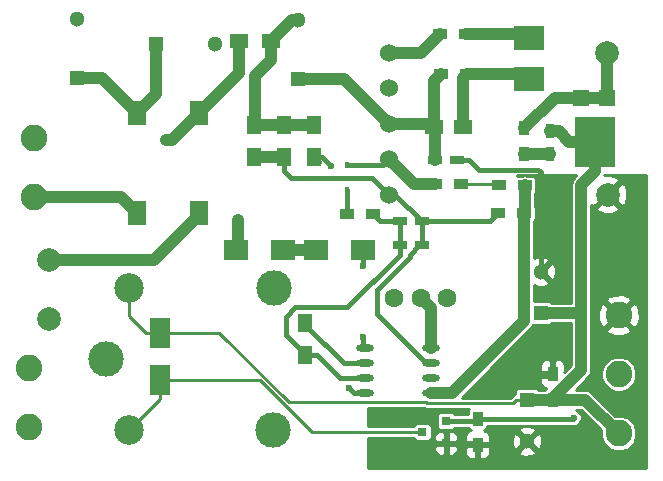
<source format=gbr>
G04 #@! TF.FileFunction,Copper,L2,Bot,Signal*
%FSLAX46Y46*%
G04 Gerber Fmt 4.6, Leading zero omitted, Abs format (unit mm)*
G04 Created by KiCad (PCBNEW 201611132049+7352~55~ubuntu16.04.1-product) date Tue Nov 15 13:48:37 2016*
%MOMM*%
%LPD*%
G01*
G04 APERTURE LIST*
%ADD10C,0.100000*%
%ADD11R,0.450000X0.590000*%
%ADD12C,1.300000*%
%ADD13R,1.300000X1.300000*%
%ADD14C,1.998980*%
%ADD15C,2.500000*%
%ADD16C,3.000000*%
%ADD17R,1.200000X0.750000*%
%ADD18R,0.750000X1.200000*%
%ADD19R,1.500000X1.250000*%
%ADD20R,2.500000X2.000000*%
%ADD21R,1.800860X2.499360*%
%ADD22R,1.400000X1.340000*%
%ADD23R,3.500000X4.200000*%
%ADD24R,1.500000X1.300000*%
%ADD25R,0.800100X0.800100*%
%ADD26R,0.900000X1.200000*%
%ADD27R,1.300000X1.500000*%
%ADD28R,2.000000X1.700000*%
%ADD29R,1.200000X0.900000*%
%ADD30O,1.473200X0.609600*%
%ADD31C,2.250000*%
%ADD32C,1.600000*%
%ADD33C,1.524000*%
%ADD34C,2.000000*%
%ADD35R,1.524000X2.000000*%
%ADD36C,1.000000*%
%ADD37C,0.600000*%
%ADD38C,1.000000*%
%ADD39C,0.400000*%
%ADD40C,0.250000*%
%ADD41C,0.254000*%
G04 APERTURE END LIST*
D10*
D11*
X116713000Y-107227000D03*
X116713000Y-105117000D03*
D12*
X133096000Y-114102000D03*
D13*
X133096000Y-117602000D03*
D14*
X91440000Y-113157000D03*
X91440000Y-118158260D03*
D15*
X98247200Y-127531900D03*
D16*
X110447200Y-127531900D03*
X110497200Y-115481900D03*
D15*
X98247200Y-115531900D03*
D16*
X96297200Y-121481900D03*
D13*
X93853000Y-97710000D03*
D12*
X93853000Y-92710000D03*
D17*
X124147500Y-104648000D03*
X126047500Y-104648000D03*
D13*
X112522000Y-97790000D03*
D12*
X112522000Y-92790000D03*
X131953000Y-128468000D03*
D13*
X131953000Y-124968000D03*
D18*
X133858000Y-102240000D03*
X133858000Y-104140000D03*
D19*
X126555500Y-101854000D03*
X124055500Y-101854000D03*
D17*
X121158000Y-111887000D03*
X123058000Y-111887000D03*
X121158000Y-109855000D03*
X123058000Y-109855000D03*
D20*
X132143500Y-94361000D03*
X132143500Y-97761000D03*
D21*
X100863400Y-119291100D03*
X100863400Y-123289060D03*
D22*
X136550400Y-99390200D03*
X138734800Y-99390200D03*
D23*
X137668000Y-103124000D03*
D24*
X107551240Y-94556580D03*
X110251240Y-94556580D03*
D25*
X125095000Y-126751000D03*
X125095000Y-128651000D03*
X123096020Y-127701000D03*
D26*
X127762000Y-126578000D03*
X127762000Y-128778000D03*
D27*
X111379000Y-104427000D03*
X111379000Y-101727000D03*
X108839000Y-104427000D03*
X108839000Y-101727000D03*
X113919000Y-101727000D03*
X113919000Y-104427000D03*
D28*
X107315000Y-112268000D03*
X111315000Y-112268000D03*
X114046000Y-112268000D03*
X118046000Y-112268000D03*
D27*
X113157000Y-118491000D03*
X113157000Y-121191000D03*
D29*
X126746000Y-93980000D03*
X124546000Y-93980000D03*
X124165000Y-106680000D03*
X126365000Y-106680000D03*
X129540000Y-106807000D03*
X131740000Y-106807000D03*
X131699000Y-109156500D03*
X129499000Y-109156500D03*
D26*
X131699000Y-104181000D03*
X131699000Y-101981000D03*
D29*
X116672000Y-109220000D03*
X118872000Y-109220000D03*
D26*
X134112000Y-122768000D03*
X134112000Y-124968000D03*
D30*
X118237000Y-124396500D03*
X118237000Y-123126500D03*
X118237000Y-121856500D03*
X118237000Y-120586500D03*
X123825000Y-120586500D03*
X123825000Y-121856500D03*
X123825000Y-123126500D03*
X123825000Y-124396500D03*
D31*
X139700000Y-122809000D03*
X139700000Y-127812800D03*
X139700000Y-117805200D03*
D29*
X126830000Y-97409000D03*
X124630000Y-97409000D03*
D32*
X122936000Y-116332000D03*
X120661000Y-116357000D03*
X125211000Y-116332000D03*
D33*
X120269000Y-107607100D03*
X120269000Y-104584500D03*
X120269000Y-101587300D03*
X120269000Y-98564700D03*
X120269000Y-95567500D03*
D34*
X138785600Y-107581700D03*
X138760200Y-95567500D03*
D35*
X98933000Y-100711000D03*
X104140000Y-100711000D03*
X104140000Y-109118400D03*
X98907600Y-109169200D03*
D13*
X100537000Y-94869000D03*
D12*
X105537000Y-94869000D03*
D31*
X90170000Y-107823000D03*
X90170000Y-102819200D03*
X89789000Y-127304800D03*
X89789000Y-122301000D03*
D36*
X101346000Y-102997000D03*
D37*
X131318000Y-122936000D03*
D36*
X107442000Y-109728000D03*
D37*
X135890000Y-126492000D03*
X118046500Y-119634000D03*
X118046500Y-113665000D03*
X115316000Y-105156000D03*
X116840000Y-123952000D03*
D38*
X104140000Y-100711000D02*
X107551240Y-97299760D01*
X107551240Y-97299760D02*
X107551240Y-94556580D01*
X101346000Y-102997000D02*
X101854000Y-102997000D01*
X101854000Y-102997000D02*
X104140000Y-100711000D01*
X91440000Y-113157000D02*
X100339400Y-113157000D01*
X100339400Y-113157000D02*
X104140000Y-109356400D01*
X104140000Y-109356400D02*
X104140000Y-109118400D01*
X100537000Y-94869000D02*
X100537000Y-99107000D01*
X100537000Y-99107000D02*
X98933000Y-100711000D01*
X93853000Y-97710000D02*
X95932000Y-97710000D01*
X95932000Y-97710000D02*
X98933000Y-100711000D01*
D39*
X131318000Y-122936000D02*
X133944000Y-122936000D01*
X133944000Y-122936000D02*
X134112000Y-122768000D01*
X132913001Y-105481001D02*
X133096000Y-105664000D01*
X133096000Y-105664000D02*
X133096000Y-114102000D01*
X125095000Y-128651000D02*
X127635000Y-128651000D01*
X127635000Y-128651000D02*
X127762000Y-128778000D01*
X126047500Y-104648000D02*
X127047500Y-104648000D01*
X127047500Y-104648000D02*
X127880501Y-105481001D01*
X127880501Y-105481001D02*
X132913001Y-105481001D01*
D38*
X133096000Y-117602000D02*
X136398000Y-117602000D01*
X136398000Y-117602000D02*
X136525000Y-117475000D01*
X134112000Y-124968000D02*
X136855200Y-124968000D01*
X136855200Y-124968000D02*
X139700000Y-127812800D01*
X136525000Y-106767000D02*
X136525000Y-117475000D01*
X136525000Y-117475000D02*
X136525000Y-122405000D01*
X136525000Y-122405000D02*
X134112000Y-124818000D01*
D39*
X134112000Y-124818000D02*
X134112000Y-124968000D01*
D38*
X137668000Y-103124000D02*
X137668000Y-105624000D01*
X137668000Y-105624000D02*
X136525000Y-106767000D01*
D40*
X130749489Y-125271511D02*
X131053000Y-124968000D01*
X131053000Y-124968000D02*
X131953000Y-124968000D01*
X123462559Y-125271511D02*
X130749489Y-125271511D01*
X123372368Y-125181320D02*
X123462559Y-125271511D01*
X111771966Y-125181320D02*
X123372368Y-125181320D01*
X105881747Y-119291100D02*
X111771966Y-125181320D01*
X100863400Y-119291100D02*
X105881747Y-119291100D01*
D38*
X131953000Y-124968000D02*
X134112000Y-124968000D01*
X137668000Y-103124000D02*
X135518000Y-103124000D01*
X135518000Y-103124000D02*
X134634000Y-102240000D01*
D39*
X134634000Y-102240000D02*
X134633000Y-102240000D01*
D38*
X134633000Y-102240000D02*
X133858000Y-102240000D01*
D40*
X100863400Y-119291100D02*
X99712970Y-119291100D01*
X99712970Y-119291100D02*
X98247200Y-117825330D01*
X98247200Y-117825330D02*
X98247200Y-115531900D01*
D38*
X107442000Y-109728000D02*
X107442000Y-112141000D01*
X107442000Y-112141000D02*
X107315000Y-112268000D01*
X112522000Y-97790000D02*
X116471700Y-97790000D01*
X116471700Y-97790000D02*
X120269000Y-101587300D01*
X124055500Y-101854000D02*
X124055500Y-97983500D01*
X124055500Y-97983500D02*
X124630000Y-97409000D01*
X124147500Y-104648000D02*
X124147500Y-101946000D01*
X124147500Y-101946000D02*
X124055500Y-101854000D01*
X120269000Y-101587300D02*
X123788800Y-101587300D01*
X123788800Y-101587300D02*
X124055500Y-101854000D01*
X112522000Y-92790000D02*
X112017820Y-92790000D01*
X112017820Y-92790000D02*
X110251240Y-94556580D01*
X111379000Y-101727000D02*
X113919000Y-101727000D01*
X108839000Y-101727000D02*
X111379000Y-101727000D01*
X108924080Y-97525840D02*
X108924080Y-101641920D01*
X108924080Y-101641920D02*
X108839000Y-101727000D01*
X108924080Y-97525840D02*
X110251240Y-96198680D01*
X110251240Y-96198680D02*
X110251240Y-94556580D01*
X131699000Y-104181000D02*
X133817000Y-104181000D01*
X133817000Y-104181000D02*
X133858000Y-104140000D01*
X126830000Y-97409000D02*
X131791500Y-97409000D01*
X131791500Y-97409000D02*
X132143500Y-97761000D01*
X126555500Y-101854000D02*
X126555500Y-97683500D01*
X126555500Y-97683500D02*
X126830000Y-97409000D01*
D39*
X121158000Y-109855000D02*
X119507000Y-109855000D01*
X119507000Y-109855000D02*
X118872000Y-109220000D01*
X121158000Y-109855000D02*
X121158000Y-111887000D01*
X111506000Y-117931998D02*
X111506000Y-119440000D01*
X111506000Y-119440000D02*
X113157000Y-121091000D01*
X113157000Y-121091000D02*
X113157000Y-121191000D01*
X116726000Y-117094000D02*
X112343998Y-117094000D01*
X112343998Y-117094000D02*
X111506000Y-117931998D01*
X121158000Y-111887000D02*
X121158000Y-112662000D01*
X121158000Y-112662000D02*
X116726000Y-117094000D01*
X113157000Y-121191000D02*
X114207000Y-121191000D01*
X114207000Y-121191000D02*
X116142500Y-123126500D01*
X116142500Y-123126500D02*
X118237000Y-123126500D01*
X123058000Y-109855000D02*
X128800500Y-109855000D01*
X128800500Y-109855000D02*
X129499000Y-109156500D01*
X120269000Y-107607100D02*
X120810100Y-107607100D01*
X120810100Y-107607100D02*
X123058000Y-109855000D01*
X111974000Y-106172000D02*
X118833900Y-106172000D01*
X118833900Y-106172000D02*
X120269000Y-107607100D01*
X111379000Y-104427000D02*
X111379000Y-105577000D01*
X111379000Y-105577000D02*
X111974000Y-106172000D01*
X123058000Y-109855000D02*
X123058000Y-111887000D01*
X122833000Y-111887000D02*
X123058000Y-111887000D01*
X122058000Y-112662000D02*
X122833000Y-111887000D01*
X122058000Y-112887000D02*
X122058000Y-112662000D01*
X119253000Y-115692000D02*
X122058000Y-112887000D01*
X119253000Y-117716300D02*
X119253000Y-115692000D01*
X123393200Y-121856500D02*
X119253000Y-117716300D01*
X123825000Y-121856500D02*
X123393200Y-121856500D01*
D38*
X108839000Y-104427000D02*
X111379000Y-104427000D01*
X126746000Y-93980000D02*
X131762500Y-93980000D01*
X131762500Y-93980000D02*
X132143500Y-94361000D01*
D40*
X100863400Y-123289060D02*
X109349362Y-123289060D01*
X109349362Y-123289060D02*
X113761302Y-127701000D01*
X113761302Y-127701000D02*
X123096020Y-127701000D01*
X100863400Y-123289060D02*
X100863400Y-123638310D01*
X100863400Y-123289060D02*
X100863400Y-124915700D01*
X100863400Y-124915700D02*
X98247200Y-127531900D01*
D39*
X116713000Y-107227000D02*
X116713000Y-109179000D01*
X116713000Y-109179000D02*
X116672000Y-109220000D01*
X116713000Y-105117000D02*
X119736500Y-105117000D01*
X119736500Y-105117000D02*
X120269000Y-104584500D01*
D38*
X120269000Y-104584500D02*
X122364500Y-106680000D01*
X122364500Y-106680000D02*
X124165000Y-106680000D01*
D39*
X127762000Y-126578000D02*
X135804000Y-126578000D01*
X135804000Y-126578000D02*
X135890000Y-126492000D01*
X125095000Y-126751000D02*
X127589000Y-126751000D01*
X127589000Y-126751000D02*
X127762000Y-126578000D01*
X118046500Y-119634000D02*
X118046500Y-120396000D01*
X118046500Y-120396000D02*
X118237000Y-120586500D01*
X118046000Y-112268000D02*
X118046000Y-113664500D01*
X118046000Y-113664500D02*
X118046500Y-113665000D01*
D38*
X123825000Y-120586500D02*
X123825000Y-117221000D01*
X123825000Y-117221000D02*
X122936000Y-116332000D01*
X120269000Y-95567500D02*
X122958500Y-95567500D01*
X122958500Y-95567500D02*
X124546000Y-93980000D01*
D39*
X115316000Y-105156000D02*
X114587000Y-104427000D01*
X118237000Y-124396500D02*
X117284500Y-124396500D01*
X114587000Y-104427000D02*
X113919000Y-104427000D01*
X117284500Y-124396500D02*
X116840000Y-123952000D01*
X118237000Y-124396500D02*
X118668800Y-124396500D01*
X114330500Y-104838500D02*
X113919000Y-104427000D01*
D38*
X111315000Y-112268000D02*
X114046000Y-112268000D01*
D39*
X113157000Y-118591000D02*
X116422500Y-121856500D01*
X113157000Y-118491000D02*
X113157000Y-118591000D01*
X116422500Y-121856500D02*
X118237000Y-121856500D01*
D40*
X126365000Y-106680000D02*
X129413000Y-106680000D01*
X129413000Y-106680000D02*
X129540000Y-106807000D01*
D38*
X125561600Y-124396500D02*
X131695999Y-118262101D01*
X123825000Y-124396500D02*
X125561600Y-124396500D01*
X131695999Y-118262101D02*
X131695999Y-110609501D01*
X131695999Y-110609501D02*
X131699000Y-110606500D01*
X131699000Y-109156500D02*
X131699000Y-110606500D01*
X131740000Y-106807000D02*
X131740000Y-109115500D01*
X131740000Y-109115500D02*
X131699000Y-109156500D01*
X131699000Y-101981000D02*
X134289800Y-99390200D01*
X134289800Y-99390200D02*
X136550400Y-99390200D01*
X138734800Y-99390200D02*
X136550400Y-99390200D01*
X138760200Y-95567500D02*
X138760200Y-99364800D01*
X138760200Y-99364800D02*
X138734800Y-99390200D01*
X90170000Y-107823000D02*
X97561400Y-107823000D01*
X97561400Y-107823000D02*
X98907600Y-109169200D01*
D41*
G36*
X142042000Y-130739000D02*
X118491000Y-130739000D01*
X118491000Y-128936750D01*
X124059950Y-128936750D01*
X124059950Y-129177359D01*
X124156623Y-129410748D01*
X124335251Y-129589377D01*
X124568640Y-129686050D01*
X124809250Y-129686050D01*
X124968000Y-129527300D01*
X124968000Y-128778000D01*
X125222000Y-128778000D01*
X125222000Y-129527300D01*
X125380750Y-129686050D01*
X125621360Y-129686050D01*
X125854749Y-129589377D01*
X126033377Y-129410748D01*
X126130050Y-129177359D01*
X126130050Y-129063750D01*
X126677000Y-129063750D01*
X126677000Y-129504309D01*
X126773673Y-129737698D01*
X126952301Y-129916327D01*
X127185690Y-130013000D01*
X127476250Y-130013000D01*
X127635000Y-129854250D01*
X127635000Y-128905000D01*
X127889000Y-128905000D01*
X127889000Y-129854250D01*
X128047750Y-130013000D01*
X128338310Y-130013000D01*
X128571699Y-129916327D01*
X128750327Y-129737698D01*
X128847000Y-129504309D01*
X128847000Y-129367016D01*
X131233590Y-129367016D01*
X131289271Y-129597611D01*
X131772078Y-129765622D01*
X132282428Y-129736083D01*
X132616729Y-129597611D01*
X132672410Y-129367016D01*
X131953000Y-128647605D01*
X131233590Y-129367016D01*
X128847000Y-129367016D01*
X128847000Y-129063750D01*
X128688250Y-128905000D01*
X127889000Y-128905000D01*
X127635000Y-128905000D01*
X126835750Y-128905000D01*
X126677000Y-129063750D01*
X126130050Y-129063750D01*
X126130050Y-128936750D01*
X125971300Y-128778000D01*
X125222000Y-128778000D01*
X124968000Y-128778000D01*
X124218700Y-128778000D01*
X124059950Y-128936750D01*
X118491000Y-128936750D01*
X118491000Y-128203000D01*
X122331864Y-128203000D01*
X122340845Y-128248148D01*
X122424169Y-128372851D01*
X122548872Y-128456175D01*
X122695970Y-128485435D01*
X123496070Y-128485435D01*
X123643168Y-128456175D01*
X123767871Y-128372851D01*
X123851195Y-128248148D01*
X123875762Y-128124641D01*
X124059950Y-128124641D01*
X124059950Y-128365250D01*
X124218700Y-128524000D01*
X124968000Y-128524000D01*
X124968000Y-127774700D01*
X125222000Y-127774700D01*
X125222000Y-128524000D01*
X125971300Y-128524000D01*
X126130050Y-128365250D01*
X126130050Y-128124641D01*
X126033377Y-127891252D01*
X125854749Y-127712623D01*
X125621360Y-127615950D01*
X125380750Y-127615950D01*
X125222000Y-127774700D01*
X124968000Y-127774700D01*
X124809250Y-127615950D01*
X124568640Y-127615950D01*
X124335251Y-127712623D01*
X124156623Y-127891252D01*
X124059950Y-128124641D01*
X123875762Y-128124641D01*
X123880455Y-128101050D01*
X123880455Y-127300950D01*
X123851195Y-127153852D01*
X123767871Y-127029149D01*
X123643168Y-126945825D01*
X123496070Y-126916565D01*
X122695970Y-126916565D01*
X122548872Y-126945825D01*
X122424169Y-127029149D01*
X122340845Y-127153852D01*
X122331864Y-127199000D01*
X118491000Y-127199000D01*
X118491000Y-125683320D01*
X123192660Y-125683320D01*
X123270451Y-125735299D01*
X123462559Y-125773511D01*
X126995222Y-125773511D01*
X126956875Y-125830902D01*
X126927615Y-125978000D01*
X126927615Y-126174000D01*
X125830229Y-126174000D01*
X125766851Y-126079149D01*
X125642148Y-125995825D01*
X125495050Y-125966565D01*
X124694950Y-125966565D01*
X124547852Y-125995825D01*
X124423149Y-126079149D01*
X124339825Y-126203852D01*
X124310565Y-126350950D01*
X124310565Y-127151050D01*
X124339825Y-127298148D01*
X124423149Y-127422851D01*
X124547852Y-127506175D01*
X124694950Y-127535435D01*
X125495050Y-127535435D01*
X125642148Y-127506175D01*
X125766851Y-127422851D01*
X125830229Y-127328000D01*
X126958814Y-127328000D01*
X127040199Y-127449801D01*
X127164902Y-127533125D01*
X127214546Y-127543000D01*
X127185690Y-127543000D01*
X126952301Y-127639673D01*
X126773673Y-127818302D01*
X126677000Y-128051691D01*
X126677000Y-128492250D01*
X126835750Y-128651000D01*
X127635000Y-128651000D01*
X127635000Y-128631000D01*
X127889000Y-128631000D01*
X127889000Y-128651000D01*
X128688250Y-128651000D01*
X128847000Y-128492250D01*
X128847000Y-128287078D01*
X130655378Y-128287078D01*
X130684917Y-128797428D01*
X130823389Y-129131729D01*
X131053984Y-129187410D01*
X131773395Y-128468000D01*
X132132605Y-128468000D01*
X132852016Y-129187410D01*
X133082611Y-129131729D01*
X133250622Y-128648922D01*
X133221083Y-128138572D01*
X133082611Y-127804271D01*
X132852016Y-127748590D01*
X132132605Y-128468000D01*
X131773395Y-128468000D01*
X131053984Y-127748590D01*
X130823389Y-127804271D01*
X130655378Y-128287078D01*
X128847000Y-128287078D01*
X128847000Y-128051691D01*
X128750327Y-127818302D01*
X128571699Y-127639673D01*
X128401041Y-127568984D01*
X131233590Y-127568984D01*
X131953000Y-128288395D01*
X132672410Y-127568984D01*
X132616729Y-127338389D01*
X132133922Y-127170378D01*
X131623572Y-127199917D01*
X131289271Y-127338389D01*
X131233590Y-127568984D01*
X128401041Y-127568984D01*
X128338310Y-127543000D01*
X128309454Y-127543000D01*
X128359098Y-127533125D01*
X128483801Y-127449801D01*
X128567125Y-127325098D01*
X128596385Y-127178000D01*
X128596385Y-127155000D01*
X135721314Y-127155000D01*
X135754746Y-127168882D01*
X136024073Y-127169117D01*
X136272989Y-127066267D01*
X136463598Y-126875990D01*
X136566882Y-126627254D01*
X136567117Y-126357927D01*
X136464267Y-126109011D01*
X136273990Y-125918402D01*
X136097218Y-125845000D01*
X136491934Y-125845000D01*
X138198227Y-127551293D01*
X138197740Y-128110256D01*
X138425924Y-128662503D01*
X138848074Y-129085391D01*
X139399923Y-129314539D01*
X139997456Y-129315060D01*
X140549703Y-129086876D01*
X140972591Y-128664726D01*
X141201739Y-128112877D01*
X141202260Y-127515344D01*
X140974076Y-126963097D01*
X140551926Y-126540209D01*
X140000077Y-126311061D01*
X139438036Y-126310571D01*
X137475333Y-124347867D01*
X137190813Y-124157758D01*
X136855200Y-124091000D01*
X136079265Y-124091000D01*
X137063809Y-123106456D01*
X138197740Y-123106456D01*
X138425924Y-123658703D01*
X138848074Y-124081591D01*
X139399923Y-124310739D01*
X139997456Y-124311260D01*
X140549703Y-124083076D01*
X140972591Y-123660926D01*
X141201739Y-123109077D01*
X141202260Y-122511544D01*
X140974076Y-121959297D01*
X140551926Y-121536409D01*
X140000077Y-121307261D01*
X139402544Y-121306740D01*
X138850297Y-121534924D01*
X138427409Y-121957074D01*
X138198261Y-122508923D01*
X138197740Y-123106456D01*
X137063809Y-123106456D01*
X137145130Y-123025135D01*
X137145133Y-123025133D01*
X137259095Y-122854576D01*
X137335242Y-122740614D01*
X137402000Y-122405000D01*
X137402000Y-119048147D01*
X138636658Y-119048147D01*
X138750621Y-119327973D01*
X139405629Y-119575370D01*
X140105451Y-119553275D01*
X140649379Y-119327973D01*
X140763342Y-119048147D01*
X139700000Y-117984805D01*
X138636658Y-119048147D01*
X137402000Y-119048147D01*
X137402000Y-117510829D01*
X137929830Y-117510829D01*
X137951925Y-118210651D01*
X138177227Y-118754579D01*
X138457053Y-118868542D01*
X139520395Y-117805200D01*
X139879605Y-117805200D01*
X140942947Y-118868542D01*
X141222773Y-118754579D01*
X141470170Y-118099571D01*
X141448075Y-117399749D01*
X141222773Y-116855821D01*
X140942947Y-116741858D01*
X139879605Y-117805200D01*
X139520395Y-117805200D01*
X138457053Y-116741858D01*
X138177227Y-116855821D01*
X137929830Y-117510829D01*
X137402000Y-117510829D01*
X137402000Y-116562253D01*
X138636658Y-116562253D01*
X139700000Y-117625595D01*
X140763342Y-116562253D01*
X140649379Y-116282427D01*
X139994371Y-116035030D01*
X139294549Y-116057125D01*
X138750621Y-116282427D01*
X138636658Y-116562253D01*
X137402000Y-116562253D01*
X137402000Y-108734232D01*
X137812673Y-108734232D01*
X137911336Y-109001087D01*
X138521061Y-109227608D01*
X139171060Y-109203556D01*
X139659864Y-109001087D01*
X139758527Y-108734232D01*
X138785600Y-107761305D01*
X137812673Y-108734232D01*
X137402000Y-108734232D01*
X137402000Y-108469195D01*
X137633068Y-108554627D01*
X138605995Y-107581700D01*
X138965205Y-107581700D01*
X139938132Y-108554627D01*
X140204987Y-108455964D01*
X140431508Y-107846239D01*
X140407456Y-107196240D01*
X140204987Y-106707436D01*
X139938132Y-106608773D01*
X138965205Y-107581700D01*
X138605995Y-107581700D01*
X138591853Y-107567558D01*
X138771458Y-107387953D01*
X138785600Y-107402095D01*
X139758527Y-106429168D01*
X139659864Y-106162313D01*
X139050139Y-105935792D01*
X138478775Y-105956934D01*
X138486519Y-105918000D01*
X142042000Y-105918000D01*
X142042000Y-130739000D01*
X142042000Y-130739000D01*
G37*
X142042000Y-130739000D02*
X118491000Y-130739000D01*
X118491000Y-128936750D01*
X124059950Y-128936750D01*
X124059950Y-129177359D01*
X124156623Y-129410748D01*
X124335251Y-129589377D01*
X124568640Y-129686050D01*
X124809250Y-129686050D01*
X124968000Y-129527300D01*
X124968000Y-128778000D01*
X125222000Y-128778000D01*
X125222000Y-129527300D01*
X125380750Y-129686050D01*
X125621360Y-129686050D01*
X125854749Y-129589377D01*
X126033377Y-129410748D01*
X126130050Y-129177359D01*
X126130050Y-129063750D01*
X126677000Y-129063750D01*
X126677000Y-129504309D01*
X126773673Y-129737698D01*
X126952301Y-129916327D01*
X127185690Y-130013000D01*
X127476250Y-130013000D01*
X127635000Y-129854250D01*
X127635000Y-128905000D01*
X127889000Y-128905000D01*
X127889000Y-129854250D01*
X128047750Y-130013000D01*
X128338310Y-130013000D01*
X128571699Y-129916327D01*
X128750327Y-129737698D01*
X128847000Y-129504309D01*
X128847000Y-129367016D01*
X131233590Y-129367016D01*
X131289271Y-129597611D01*
X131772078Y-129765622D01*
X132282428Y-129736083D01*
X132616729Y-129597611D01*
X132672410Y-129367016D01*
X131953000Y-128647605D01*
X131233590Y-129367016D01*
X128847000Y-129367016D01*
X128847000Y-129063750D01*
X128688250Y-128905000D01*
X127889000Y-128905000D01*
X127635000Y-128905000D01*
X126835750Y-128905000D01*
X126677000Y-129063750D01*
X126130050Y-129063750D01*
X126130050Y-128936750D01*
X125971300Y-128778000D01*
X125222000Y-128778000D01*
X124968000Y-128778000D01*
X124218700Y-128778000D01*
X124059950Y-128936750D01*
X118491000Y-128936750D01*
X118491000Y-128203000D01*
X122331864Y-128203000D01*
X122340845Y-128248148D01*
X122424169Y-128372851D01*
X122548872Y-128456175D01*
X122695970Y-128485435D01*
X123496070Y-128485435D01*
X123643168Y-128456175D01*
X123767871Y-128372851D01*
X123851195Y-128248148D01*
X123875762Y-128124641D01*
X124059950Y-128124641D01*
X124059950Y-128365250D01*
X124218700Y-128524000D01*
X124968000Y-128524000D01*
X124968000Y-127774700D01*
X125222000Y-127774700D01*
X125222000Y-128524000D01*
X125971300Y-128524000D01*
X126130050Y-128365250D01*
X126130050Y-128124641D01*
X126033377Y-127891252D01*
X125854749Y-127712623D01*
X125621360Y-127615950D01*
X125380750Y-127615950D01*
X125222000Y-127774700D01*
X124968000Y-127774700D01*
X124809250Y-127615950D01*
X124568640Y-127615950D01*
X124335251Y-127712623D01*
X124156623Y-127891252D01*
X124059950Y-128124641D01*
X123875762Y-128124641D01*
X123880455Y-128101050D01*
X123880455Y-127300950D01*
X123851195Y-127153852D01*
X123767871Y-127029149D01*
X123643168Y-126945825D01*
X123496070Y-126916565D01*
X122695970Y-126916565D01*
X122548872Y-126945825D01*
X122424169Y-127029149D01*
X122340845Y-127153852D01*
X122331864Y-127199000D01*
X118491000Y-127199000D01*
X118491000Y-125683320D01*
X123192660Y-125683320D01*
X123270451Y-125735299D01*
X123462559Y-125773511D01*
X126995222Y-125773511D01*
X126956875Y-125830902D01*
X126927615Y-125978000D01*
X126927615Y-126174000D01*
X125830229Y-126174000D01*
X125766851Y-126079149D01*
X125642148Y-125995825D01*
X125495050Y-125966565D01*
X124694950Y-125966565D01*
X124547852Y-125995825D01*
X124423149Y-126079149D01*
X124339825Y-126203852D01*
X124310565Y-126350950D01*
X124310565Y-127151050D01*
X124339825Y-127298148D01*
X124423149Y-127422851D01*
X124547852Y-127506175D01*
X124694950Y-127535435D01*
X125495050Y-127535435D01*
X125642148Y-127506175D01*
X125766851Y-127422851D01*
X125830229Y-127328000D01*
X126958814Y-127328000D01*
X127040199Y-127449801D01*
X127164902Y-127533125D01*
X127214546Y-127543000D01*
X127185690Y-127543000D01*
X126952301Y-127639673D01*
X126773673Y-127818302D01*
X126677000Y-128051691D01*
X126677000Y-128492250D01*
X126835750Y-128651000D01*
X127635000Y-128651000D01*
X127635000Y-128631000D01*
X127889000Y-128631000D01*
X127889000Y-128651000D01*
X128688250Y-128651000D01*
X128847000Y-128492250D01*
X128847000Y-128287078D01*
X130655378Y-128287078D01*
X130684917Y-128797428D01*
X130823389Y-129131729D01*
X131053984Y-129187410D01*
X131773395Y-128468000D01*
X132132605Y-128468000D01*
X132852016Y-129187410D01*
X133082611Y-129131729D01*
X133250622Y-128648922D01*
X133221083Y-128138572D01*
X133082611Y-127804271D01*
X132852016Y-127748590D01*
X132132605Y-128468000D01*
X131773395Y-128468000D01*
X131053984Y-127748590D01*
X130823389Y-127804271D01*
X130655378Y-128287078D01*
X128847000Y-128287078D01*
X128847000Y-128051691D01*
X128750327Y-127818302D01*
X128571699Y-127639673D01*
X128401041Y-127568984D01*
X131233590Y-127568984D01*
X131953000Y-128288395D01*
X132672410Y-127568984D01*
X132616729Y-127338389D01*
X132133922Y-127170378D01*
X131623572Y-127199917D01*
X131289271Y-127338389D01*
X131233590Y-127568984D01*
X128401041Y-127568984D01*
X128338310Y-127543000D01*
X128309454Y-127543000D01*
X128359098Y-127533125D01*
X128483801Y-127449801D01*
X128567125Y-127325098D01*
X128596385Y-127178000D01*
X128596385Y-127155000D01*
X135721314Y-127155000D01*
X135754746Y-127168882D01*
X136024073Y-127169117D01*
X136272989Y-127066267D01*
X136463598Y-126875990D01*
X136566882Y-126627254D01*
X136567117Y-126357927D01*
X136464267Y-126109011D01*
X136273990Y-125918402D01*
X136097218Y-125845000D01*
X136491934Y-125845000D01*
X138198227Y-127551293D01*
X138197740Y-128110256D01*
X138425924Y-128662503D01*
X138848074Y-129085391D01*
X139399923Y-129314539D01*
X139997456Y-129315060D01*
X140549703Y-129086876D01*
X140972591Y-128664726D01*
X141201739Y-128112877D01*
X141202260Y-127515344D01*
X140974076Y-126963097D01*
X140551926Y-126540209D01*
X140000077Y-126311061D01*
X139438036Y-126310571D01*
X137475333Y-124347867D01*
X137190813Y-124157758D01*
X136855200Y-124091000D01*
X136079265Y-124091000D01*
X137063809Y-123106456D01*
X138197740Y-123106456D01*
X138425924Y-123658703D01*
X138848074Y-124081591D01*
X139399923Y-124310739D01*
X139997456Y-124311260D01*
X140549703Y-124083076D01*
X140972591Y-123660926D01*
X141201739Y-123109077D01*
X141202260Y-122511544D01*
X140974076Y-121959297D01*
X140551926Y-121536409D01*
X140000077Y-121307261D01*
X139402544Y-121306740D01*
X138850297Y-121534924D01*
X138427409Y-121957074D01*
X138198261Y-122508923D01*
X138197740Y-123106456D01*
X137063809Y-123106456D01*
X137145130Y-123025135D01*
X137145133Y-123025133D01*
X137259095Y-122854576D01*
X137335242Y-122740614D01*
X137402000Y-122405000D01*
X137402000Y-119048147D01*
X138636658Y-119048147D01*
X138750621Y-119327973D01*
X139405629Y-119575370D01*
X140105451Y-119553275D01*
X140649379Y-119327973D01*
X140763342Y-119048147D01*
X139700000Y-117984805D01*
X138636658Y-119048147D01*
X137402000Y-119048147D01*
X137402000Y-117510829D01*
X137929830Y-117510829D01*
X137951925Y-118210651D01*
X138177227Y-118754579D01*
X138457053Y-118868542D01*
X139520395Y-117805200D01*
X139879605Y-117805200D01*
X140942947Y-118868542D01*
X141222773Y-118754579D01*
X141470170Y-118099571D01*
X141448075Y-117399749D01*
X141222773Y-116855821D01*
X140942947Y-116741858D01*
X139879605Y-117805200D01*
X139520395Y-117805200D01*
X138457053Y-116741858D01*
X138177227Y-116855821D01*
X137929830Y-117510829D01*
X137402000Y-117510829D01*
X137402000Y-116562253D01*
X138636658Y-116562253D01*
X139700000Y-117625595D01*
X140763342Y-116562253D01*
X140649379Y-116282427D01*
X139994371Y-116035030D01*
X139294549Y-116057125D01*
X138750621Y-116282427D01*
X138636658Y-116562253D01*
X137402000Y-116562253D01*
X137402000Y-108734232D01*
X137812673Y-108734232D01*
X137911336Y-109001087D01*
X138521061Y-109227608D01*
X139171060Y-109203556D01*
X139659864Y-109001087D01*
X139758527Y-108734232D01*
X138785600Y-107761305D01*
X137812673Y-108734232D01*
X137402000Y-108734232D01*
X137402000Y-108469195D01*
X137633068Y-108554627D01*
X138605995Y-107581700D01*
X138965205Y-107581700D01*
X139938132Y-108554627D01*
X140204987Y-108455964D01*
X140431508Y-107846239D01*
X140407456Y-107196240D01*
X140204987Y-106707436D01*
X139938132Y-106608773D01*
X138965205Y-107581700D01*
X138605995Y-107581700D01*
X138591853Y-107567558D01*
X138771458Y-107387953D01*
X138785600Y-107402095D01*
X139758527Y-106429168D01*
X139659864Y-106162313D01*
X139050139Y-105935792D01*
X138478775Y-105956934D01*
X138486519Y-105918000D01*
X142042000Y-105918000D01*
X142042000Y-130739000D01*
G36*
X135648000Y-122041735D02*
X135048737Y-122640998D01*
X135038252Y-122640998D01*
X135197000Y-122482250D01*
X135197000Y-122041691D01*
X135100327Y-121808302D01*
X134921699Y-121629673D01*
X134688310Y-121533000D01*
X134397750Y-121533000D01*
X134239000Y-121691750D01*
X134239000Y-122641000D01*
X134259000Y-122641000D01*
X134259000Y-122895000D01*
X134239000Y-122895000D01*
X134239000Y-122915000D01*
X133985000Y-122915000D01*
X133985000Y-122895000D01*
X133185750Y-122895000D01*
X133027000Y-123053750D01*
X133027000Y-123494309D01*
X133123673Y-123727698D01*
X133302301Y-123906327D01*
X133535690Y-124003000D01*
X133564546Y-124003000D01*
X133514902Y-124012875D01*
X133397980Y-124091000D01*
X132904736Y-124091000D01*
X132874801Y-124046199D01*
X132750098Y-123962875D01*
X132603000Y-123933615D01*
X131303000Y-123933615D01*
X131155902Y-123962875D01*
X131031199Y-124046199D01*
X130947875Y-124170902D01*
X130918615Y-124318000D01*
X130918615Y-124492730D01*
X130860892Y-124504212D01*
X130795660Y-124547800D01*
X130698032Y-124613032D01*
X130698030Y-124613035D01*
X130541553Y-124769511D01*
X126428855Y-124769511D01*
X129156674Y-122041691D01*
X133027000Y-122041691D01*
X133027000Y-122482250D01*
X133185750Y-122641000D01*
X133985000Y-122641000D01*
X133985000Y-121691750D01*
X133826250Y-121533000D01*
X133535690Y-121533000D01*
X133302301Y-121629673D01*
X133123673Y-121808302D01*
X133027000Y-122041691D01*
X129156674Y-122041691D01*
X132316129Y-118882236D01*
X132316132Y-118882234D01*
X132480402Y-118636385D01*
X133746000Y-118636385D01*
X133893098Y-118607125D01*
X134017801Y-118523801D01*
X134047736Y-118479000D01*
X135648000Y-118479000D01*
X135648000Y-122041735D01*
X135648000Y-122041735D01*
G37*
X135648000Y-122041735D02*
X135048737Y-122640998D01*
X135038252Y-122640998D01*
X135197000Y-122482250D01*
X135197000Y-122041691D01*
X135100327Y-121808302D01*
X134921699Y-121629673D01*
X134688310Y-121533000D01*
X134397750Y-121533000D01*
X134239000Y-121691750D01*
X134239000Y-122641000D01*
X134259000Y-122641000D01*
X134259000Y-122895000D01*
X134239000Y-122895000D01*
X134239000Y-122915000D01*
X133985000Y-122915000D01*
X133985000Y-122895000D01*
X133185750Y-122895000D01*
X133027000Y-123053750D01*
X133027000Y-123494309D01*
X133123673Y-123727698D01*
X133302301Y-123906327D01*
X133535690Y-124003000D01*
X133564546Y-124003000D01*
X133514902Y-124012875D01*
X133397980Y-124091000D01*
X132904736Y-124091000D01*
X132874801Y-124046199D01*
X132750098Y-123962875D01*
X132603000Y-123933615D01*
X131303000Y-123933615D01*
X131155902Y-123962875D01*
X131031199Y-124046199D01*
X130947875Y-124170902D01*
X130918615Y-124318000D01*
X130918615Y-124492730D01*
X130860892Y-124504212D01*
X130795660Y-124547800D01*
X130698032Y-124613032D01*
X130698030Y-124613035D01*
X130541553Y-124769511D01*
X126428855Y-124769511D01*
X129156674Y-122041691D01*
X133027000Y-122041691D01*
X133027000Y-122482250D01*
X133185750Y-122641000D01*
X133985000Y-122641000D01*
X133985000Y-121691750D01*
X133826250Y-121533000D01*
X133535690Y-121533000D01*
X133302301Y-121629673D01*
X133123673Y-121808302D01*
X133027000Y-122041691D01*
X129156674Y-122041691D01*
X132316129Y-118882236D01*
X132316132Y-118882234D01*
X132480402Y-118636385D01*
X133746000Y-118636385D01*
X133893098Y-118607125D01*
X134017801Y-118523801D01*
X134047736Y-118479000D01*
X135648000Y-118479000D01*
X135648000Y-122041735D01*
G36*
X135904867Y-106146867D02*
X135714758Y-106431387D01*
X135648000Y-106767000D01*
X135648000Y-116725000D01*
X134047736Y-116725000D01*
X134017801Y-116680199D01*
X133893098Y-116596875D01*
X133746000Y-116567615D01*
X132572999Y-116567615D01*
X132572999Y-115280583D01*
X132915078Y-115399622D01*
X133425428Y-115370083D01*
X133759729Y-115231611D01*
X133815410Y-115001016D01*
X133096000Y-114281605D01*
X133081858Y-114295748D01*
X132902253Y-114116143D01*
X132916395Y-114102000D01*
X133275605Y-114102000D01*
X133995016Y-114821410D01*
X134225611Y-114765729D01*
X134393622Y-114282922D01*
X134364083Y-113772572D01*
X134225611Y-113438271D01*
X133995016Y-113382590D01*
X133275605Y-114102000D01*
X132916395Y-114102000D01*
X132902253Y-114087858D01*
X133081858Y-113908252D01*
X133096000Y-113922395D01*
X133815410Y-113202984D01*
X133759729Y-112972389D01*
X133276922Y-112804378D01*
X132766572Y-112833917D01*
X132572999Y-112914098D01*
X132572999Y-110621587D01*
X132576000Y-110606500D01*
X132576000Y-109870520D01*
X132654125Y-109753598D01*
X132683385Y-109606500D01*
X132683385Y-108706500D01*
X132654125Y-108559402D01*
X132617000Y-108503841D01*
X132617000Y-107521020D01*
X132695125Y-107404098D01*
X132724385Y-107257000D01*
X132724385Y-106357000D01*
X132695125Y-106209902D01*
X132611801Y-106085199D01*
X132487098Y-106001875D01*
X132340000Y-105972615D01*
X131954239Y-105972615D01*
X131740000Y-105930000D01*
X131525761Y-105972615D01*
X131140000Y-105972615D01*
X131064000Y-105987733D01*
X131064000Y-105918000D01*
X136133734Y-105918000D01*
X135904867Y-106146867D01*
X135904867Y-106146867D01*
G37*
X135904867Y-106146867D02*
X135714758Y-106431387D01*
X135648000Y-106767000D01*
X135648000Y-116725000D01*
X134047736Y-116725000D01*
X134017801Y-116680199D01*
X133893098Y-116596875D01*
X133746000Y-116567615D01*
X132572999Y-116567615D01*
X132572999Y-115280583D01*
X132915078Y-115399622D01*
X133425428Y-115370083D01*
X133759729Y-115231611D01*
X133815410Y-115001016D01*
X133096000Y-114281605D01*
X133081858Y-114295748D01*
X132902253Y-114116143D01*
X132916395Y-114102000D01*
X133275605Y-114102000D01*
X133995016Y-114821410D01*
X134225611Y-114765729D01*
X134393622Y-114282922D01*
X134364083Y-113772572D01*
X134225611Y-113438271D01*
X133995016Y-113382590D01*
X133275605Y-114102000D01*
X132916395Y-114102000D01*
X132902253Y-114087858D01*
X133081858Y-113908252D01*
X133096000Y-113922395D01*
X133815410Y-113202984D01*
X133759729Y-112972389D01*
X133276922Y-112804378D01*
X132766572Y-112833917D01*
X132572999Y-112914098D01*
X132572999Y-110621587D01*
X132576000Y-110606500D01*
X132576000Y-109870520D01*
X132654125Y-109753598D01*
X132683385Y-109606500D01*
X132683385Y-108706500D01*
X132654125Y-108559402D01*
X132617000Y-108503841D01*
X132617000Y-107521020D01*
X132695125Y-107404098D01*
X132724385Y-107257000D01*
X132724385Y-106357000D01*
X132695125Y-106209902D01*
X132611801Y-106085199D01*
X132487098Y-106001875D01*
X132340000Y-105972615D01*
X131954239Y-105972615D01*
X131740000Y-105930000D01*
X131525761Y-105972615D01*
X131140000Y-105972615D01*
X131064000Y-105987733D01*
X131064000Y-105918000D01*
X136133734Y-105918000D01*
X135904867Y-106146867D01*
M02*

</source>
